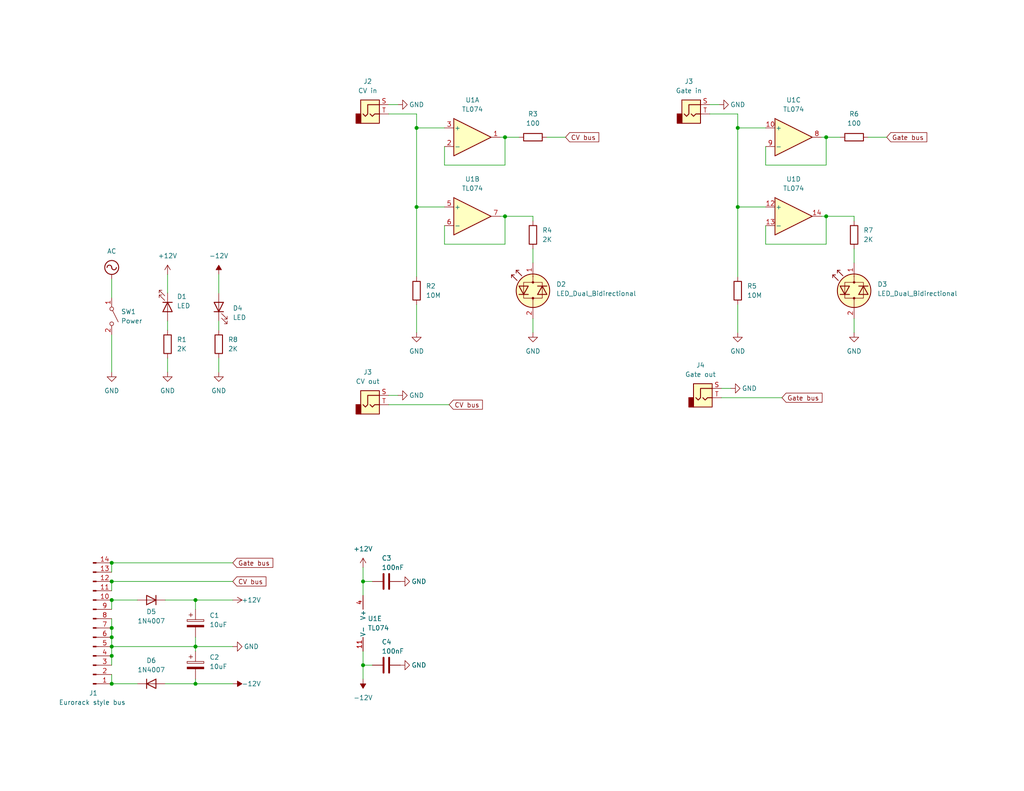
<source format=kicad_sch>
(kicad_sch (version 20211123) (generator eeschema)
  (paper "USLetter")
  (title_block (title "System bus access utility module") (date "2023-01-17") (rev "0.1") (comment 2 "https://doepfer.de/a100_man/a100t_e.htm") (comment 3 "Doepfer system bus access module"))
  (lib_symbols
    (symbol "Amplifier_Operational:TL074" (pin_names (offset 0.127))
      (property "Reference" "U" (at 0 5.08 0))
      (property "Value" "TL074" (at 0 -5.08 0))
      (symbol "TL074_1_1"
        (polyline (pts (xy -5.08 5.08) (xy 5.08 0) (xy -5.08 -5.08) (xy -5.08 5.08)) (stroke (width 0.254)) (fill (type background)))
        (pin output line (at 7.62 0 180) (length 2.54) (name "~") (number "1"))
        (pin input line (at -7.62 -2.54 0) (length 2.54) (name "-") (number "2"))
        (pin input line (at -7.62 2.54 0) (length 2.54) (name "+") (number "3"))
      )
      (symbol "TL074_2_1"
        (polyline (pts (xy -5.08 5.08) (xy 5.08 0) (xy -5.08 -5.08) (xy -5.08 5.08)) (stroke (width 0.254)) (fill (type background)))
        (pin input line (at -7.62 2.54 0) (length 2.54) (name "+") (number "5"))
        (pin input line (at -7.62 -2.54 0) (length 2.54) (name "-") (number "6"))
        (pin output line (at 7.62 0 180) (length 2.54) (name "~") (number "7"))
      )
      (symbol "TL074_3_1"
        (polyline (pts (xy -5.08 5.08) (xy 5.08 0) (xy -5.08 -5.08) (xy -5.08 5.08)) (stroke (width 0.254)) (fill (type background)))
        (pin input line (at -7.62 2.54 0) (length 2.54) (name "+") (number "10"))
        (pin output line (at 7.62 0 180) (length 2.54) (name "~") (number "8"))
        (pin input line (at -7.62 -2.54 0) (length 2.54) (name "-") (number "9"))
      )
      (symbol "TL074_4_1"
        (polyline (pts (xy -5.08 5.08) (xy 5.08 0) (xy -5.08 -5.08) (xy -5.08 5.08)) (stroke (width 0.254)) (fill (type background)))
        (pin input line (at -7.62 2.54 0) (length 2.54) (name "+") (number "12"))
        (pin input line (at -7.62 -2.54 0) (length 2.54) (name "-") (number "13"))
        (pin output line (at 7.62 0 180) (length 2.54) (name "~") (number "14"))
      )
      (symbol "TL074_5_1"
        (pin power_in line (at -2.54 -7.62 90) (length 3.81) (name "V-") (number "11"))
        (pin power_in line (at -2.54 7.62 270) (length 3.81) (name "V+") (number "4"))
      )
    )
    (symbol "Connector:AudioJack2"
      (property "Reference" "J" (at 0 8.89 0))
      (property "Value" "AudioJack2" (at 0 6.35 0))
      (symbol "AudioJack2_0_1"
        (rectangle (start -3.81 0) (end -2.54 -2.54) (stroke (width 0.254)) (fill (type outline)))
        (rectangle (start -2.54 3.81) (end 2.54 -2.54) (stroke (width 0.254)) (fill (type background)))
        (polyline (pts (xy 0 0) (xy 0.635 -0.635) (xy 1.27 0) (xy 2.54 0)) (stroke (width 0.254)))
        (polyline (pts (xy 2.54 2.54) (xy -0.635 2.54) (xy -0.635 0) (xy -1.27 -0.635) (xy -1.905 0)) (stroke (width 0.254)))
      )
      (symbol "AudioJack2_1_1"
        (pin passive line (at 5.08 2.54 180) (length 2.54) (name "~") (number "S"))
        (pin passive line (at 5.08 0 180) (length 2.54) (name "~") (number "T"))
      )
    )
    (symbol "Connector:Conn_01x14_Male" (pin_names (offset 1.016) hide)
      (property "Reference" "J" (at 0 17.78 0))
      (property "Value" "Conn_01x14_Male" (at 0 -20.32 0))
      (symbol "Conn_01x14_Male_1_1"
        (polyline (pts (xy 1.27 -17.78) (xy 0.8636 -17.78)) (stroke (width 0.1524)))
        (polyline (pts (xy 1.27 -15.24) (xy 0.8636 -15.24)) (stroke (width 0.1524)))
        (polyline (pts (xy 1.27 -12.7) (xy 0.8636 -12.7)) (stroke (width 0.1524)))
        (polyline (pts (xy 1.27 -10.16) (xy 0.8636 -10.16)) (stroke (width 0.1524)))
        (polyline (pts (xy 1.27 -7.62) (xy 0.8636 -7.62)) (stroke (width 0.1524)))
        (polyline (pts (xy 1.27 -5.08) (xy 0.8636 -5.08)) (stroke (width 0.1524)))
        (polyline (pts (xy 1.27 -2.54) (xy 0.8636 -2.54)) (stroke (width 0.1524)))
        (polyline (pts (xy 1.27 0) (xy 0.8636 0)) (stroke (width 0.1524)))
        (polyline (pts (xy 1.27 2.54) (xy 0.8636 2.54)) (stroke (width 0.1524)))
        (polyline (pts (xy 1.27 5.08) (xy 0.8636 5.08)) (stroke (width 0.1524)))
        (polyline (pts (xy 1.27 7.62) (xy 0.8636 7.62)) (stroke (width 0.1524)))
        (polyline (pts (xy 1.27 10.16) (xy 0.8636 10.16)) (stroke (width 0.1524)))
        (polyline (pts (xy 1.27 12.7) (xy 0.8636 12.7)) (stroke (width 0.1524)))
        (polyline (pts (xy 1.27 15.24) (xy 0.8636 15.24)) (stroke (width 0.1524)))
        (rectangle (start 0.8636 -17.653) (end 0 -17.907) (stroke (width 0.1524)) (fill (type outline)))
        (rectangle (start 0.8636 -15.113) (end 0 -15.367) (stroke (width 0.1524)) (fill (type outline)))
        (rectangle (start 0.8636 -12.573) (end 0 -12.827) (stroke (width 0.1524)) (fill (type outline)))
        (rectangle (start 0.8636 -10.033) (end 0 -10.287) (stroke (width 0.1524)) (fill (type outline)))
        (rectangle (start 0.8636 -7.493) (end 0 -7.747) (stroke (width 0.1524)) (fill (type outline)))
        (rectangle (start 0.8636 -4.953) (end 0 -5.207) (stroke (width 0.1524)) (fill (type outline)))
        (rectangle (start 0.8636 -2.413) (end 0 -2.667) (stroke (width 0.1524)) (fill (type outline)))
        (rectangle (start 0.8636 0.127) (end 0 -0.127) (stroke (width 0.1524)) (fill (type outline)))
        (rectangle (start 0.8636 2.667) (end 0 2.413) (stroke (width 0.1524)) (fill (type outline)))
        (rectangle (start 0.8636 5.207) (end 0 4.953) (stroke (width 0.1524)) (fill (type outline)))
        (rectangle (start 0.8636 7.747) (end 0 7.493) (stroke (width 0.1524)) (fill (type outline)))
        (rectangle (start 0.8636 10.287) (end 0 10.033) (stroke (width 0.1524)) (fill (type outline)))
        (rectangle (start 0.8636 12.827) (end 0 12.573) (stroke (width 0.1524)) (fill (type outline)))
        (rectangle (start 0.8636 15.367) (end 0 15.113) (stroke (width 0.1524)) (fill (type outline)))
        (pin passive line (at 5.08 15.24 180) (length 3.81) (name "Pin_1") (number "1"))
        (pin passive line (at 5.08 -7.62 180) (length 3.81) (name "Pin_10") (number "10"))
        (pin passive line (at 5.08 -10.16 180) (length 3.81) (name "Pin_11") (number "11"))
        (pin passive line (at 5.08 -12.7 180) (length 3.81) (name "Pin_12") (number "12"))
        (pin passive line (at 5.08 -15.24 180) (length 3.81) (name "Pin_13") (number "13"))
        (pin passive line (at 5.08 -17.78 180) (length 3.81) (name "Pin_14") (number "14"))
        (pin passive line (at 5.08 12.7 180) (length 3.81) (name "Pin_2") (number "2"))
        (pin passive line (at 5.08 10.16 180) (length 3.81) (name "Pin_3") (number "3"))
        (pin passive line (at 5.08 7.62 180) (length 3.81) (name "Pin_4") (number "4"))
        (pin passive line (at 5.08 5.08 180) (length 3.81) (name "Pin_5") (number "5"))
        (pin passive line (at 5.08 2.54 180) (length 3.81) (name "Pin_6") (number "6"))
        (pin passive line (at 5.08 0 180) (length 3.81) (name "Pin_7") (number "7"))
        (pin passive line (at 5.08 -2.54 180) (length 3.81) (name "Pin_8") (number "8"))
        (pin passive line (at 5.08 -5.08 180) (length 3.81) (name "Pin_9") (number "9"))
      )
    )
    (symbol "Device:C" (pin_numbers hide) (pin_names (offset 0.254))
      (property "Reference" "C" (at 0.635 2.54 0))
      (property "Value" "C" (at 0.635 -2.54 0))
      (symbol "C_0_1"
        (polyline (pts (xy -2.032 -0.762) (xy 2.032 -0.762)) (stroke (width 0.508)))
        (polyline (pts (xy -2.032 0.762) (xy 2.032 0.762)) (stroke (width 0.508)))
      )
      (symbol "C_1_1"
        (pin passive line (at 0 3.81 270) (length 2.794) (name "~") (number "1"))
        (pin passive line (at 0 -3.81 90) (length 2.794) (name "~") (number "2"))
      )
    )
    (symbol "Device:C_Polarized" (pin_numbers hide) (pin_names (offset 0.254))
      (property "Reference" "C" (at 0.635 2.54 0))
      (property "Value" "C_Polarized" (at 0.635 -2.54 0))
      (symbol "C_Polarized_0_1"
        (rectangle (start -2.286 0.508) (end 2.286 1.016))
        (polyline (pts (xy -1.778 2.286) (xy -0.762 2.286)))
        (polyline (pts (xy -1.27 2.794) (xy -1.27 1.778)))
        (rectangle (start 2.286 -0.508) (end -2.286 -1.016) (fill (type outline)))
      )
      (symbol "C_Polarized_1_1"
        (pin passive line (at 0 3.81 270) (length 2.794) (name "~") (number "1"))
        (pin passive line (at 0 -3.81 90) (length 2.794) (name "~") (number "2"))
      )
    )
    (symbol "Device:LED" (pin_numbers hide) (pin_names (offset 1.016) hide)
      (property "Reference" "D" (at 0 2.54 0))
      (property "Value" "LED" (at 0 -2.54 0))
      (symbol "LED_0_1"
        (polyline (pts (xy -1.27 -1.27) (xy -1.27 1.27)) (stroke (width 0.254)))
        (polyline (pts (xy -1.27 0) (xy 1.27 0)))
        (polyline (pts (xy 1.27 -1.27) (xy 1.27 1.27) (xy -1.27 0) (xy 1.27 -1.27)) (stroke (width 0.254)))
        (polyline (pts (xy -3.048 -0.762) (xy -4.572 -2.286) (xy -3.81 -2.286) (xy -4.572 -2.286) (xy -4.572 -1.524)))
        (polyline (pts (xy -1.778 -0.762) (xy -3.302 -2.286) (xy -2.54 -2.286) (xy -3.302 -2.286) (xy -3.302 -1.524)))
      )
      (symbol "LED_1_1"
        (pin passive line (at -3.81 0 0) (length 2.54) (name "K") (number "1"))
        (pin passive line (at 3.81 0 180) (length 2.54) (name "A") (number "2"))
      )
    )
    (symbol "Device:LED_Dual_Bidirectional" (pin_names (offset 0) hide)
      (property "Reference" "D" (at 0 5.715 0))
      (property "Value" "LED_Dual_Bidirectional" (at 0 -6.35 0))
      (symbol "LED_Dual_Bidirectional_0_1"
        (circle (center -2.032 0) (radius 0.254) (fill (type outline)))
        (polyline (pts (xy -4.572 0) (xy -2.54 0)))
        (polyline (pts (xy -2.032 0) (xy -2.54 0)))
        (polyline (pts (xy -1.016 3.81) (xy -1.016 1.27)) (stroke (width 0.254)))
        (polyline (pts (xy 1.27 -1.27) (xy 1.27 -3.81)) (stroke (width 0.254)))
        (polyline (pts (xy 4.064 0) (xy 2.286 0)) (fill (type outline)))
        (polyline (pts (xy 4.318 5.842) (xy 4.318 5.08)) (stroke (width 0.2032)))
        (polyline (pts (xy 5.588 4.572) (xy 5.588 3.81)) (stroke (width 0.2032)))
        (polyline (pts (xy 2.794 4.318) (xy 4.318 5.842) (xy 3.556 5.842)) (stroke (width 0.2032)))
        (polyline (pts (xy 4.064 3.048) (xy 5.588 4.572) (xy 4.826 4.572)) (stroke (width 0.2032)))
        (polyline (pts (xy -1.016 -1.27) (xy -1.016 -3.81) (xy 1.27 -2.54) (xy -1.016 -1.27)) (stroke (width 0.254)))
        (polyline (pts (xy 1.27 3.81) (xy 1.27 1.27) (xy -1.016 2.54) (xy 1.27 3.81)) (stroke (width 0.254)))
        (polyline (pts (xy 2.286 2.54) (xy -2.032 2.54) (xy -2.032 -2.54) (xy 2.286 -2.54) (xy 2.286 2.54)))
        (circle (center 0 0) (radius 4.572) (stroke (width 0.254)) (fill (type background)))
        (circle (center 2.286 0) (radius 0.254) (fill (type outline)))
      )
      (symbol "LED_Dual_Bidirectional_1_1"
        (pin input line (at 7.62 0 180) (length 3.81) (name "KA") (number "1"))
        (pin input line (at -7.62 0 0) (length 3.048) (name "AK") (number "2"))
      )
    )
    (symbol "Device:R" (pin_numbers hide) (pin_names (offset 0))
      (property "Reference" "R" (at 2.032 0 90))
      (property "Value" "R" (at 0 0 90))
      (symbol "R_0_1"
        (rectangle (start -1.016 -2.54) (end 1.016 2.54) (stroke (width 0.254)))
      )
      (symbol "R_1_1"
        (pin passive line (at 0 3.81 270) (length 1.27) (name "~") (number "1"))
        (pin passive line (at 0 -3.81 90) (length 1.27) (name "~") (number "2"))
      )
    )
    (symbol "Diode:1N4007" (pin_numbers hide) (pin_names (offset 1.016) hide)
      (property "Reference" "D" (at 0 2.54 0))
      (property "Value" "1N4007" (at 0 -2.54 0))
      (symbol "1N4007_0_1"
        (polyline (pts (xy -1.27 1.27) (xy -1.27 -1.27)) (stroke (width 0.254)))
        (polyline (pts (xy 1.27 0) (xy -1.27 0)))
        (polyline (pts (xy 1.27 1.27) (xy 1.27 -1.27) (xy -1.27 0) (xy 1.27 1.27)) (stroke (width 0.254)))
      )
      (symbol "1N4007_1_1"
        (pin passive line (at -3.81 0 0) (length 2.54) (name "K") (number "1"))
        (pin passive line (at 3.81 0 180) (length 2.54) (name "A") (number "2"))
      )
    )
    (symbol "Switch:SW_SPST" (pin_names (offset 0) hide)
      (property "Reference" "SW" (at 0 3.175 0))
      (property "Value" "SW_SPST" (at 0 -2.54 0))
      (symbol "SW_SPST_0_0"
        (circle (center -2.032 0) (radius 0.508))
        (polyline (pts (xy -1.524 0.254) (xy 1.524 1.778)))
        (circle (center 2.032 0) (radius 0.508))
      )
      (symbol "SW_SPST_1_1"
        (pin passive line (at -5.08 0 0) (length 2.54) (name "A") (number "1"))
        (pin passive line (at 5.08 0 180) (length 2.54) (name "B") (number "2"))
      )
    )
    (symbol "power:+12V" (power) (pin_names (offset 0))
      (property "Value" "+12V" (at 0 3.556 0))
      (symbol "+12V_0_1"
        (polyline (pts (xy -0.762 1.27) (xy 0 2.54)))
        (polyline (pts (xy 0 0) (xy 0 2.54)))
        (polyline (pts (xy 0 2.54) (xy 0.762 1.27)))
      )
      (symbol "+12V_1_1"
        (pin power_in line (at 0 0 90) (length 0) hide (name "+12V") (number "1"))
      )
    )
    (symbol "power:-12V" (power) (pin_names (offset 0))
      (property "Value" "-12V" (at 0 3.81 0))
      (symbol "-12V_0_0"
        (pin power_in line (at 0 0 90) (length 0) hide (name "-12V") (number "1"))
      )
      (symbol "-12V_0_1"
        (polyline (pts (xy 0 0) (xy 0 1.27) (xy 0.762 1.27) (xy 0 2.54) (xy -0.762 1.27) (xy 0 1.27)) (fill (type outline)))
      )
    )
    (symbol "power:AC" (power) (pin_names (offset 0))
      (property "Value" "AC" (at 0 6.35 0))
      (symbol "AC_0_1"
        (polyline (pts (xy 0 0) (xy 0 1.27)))
        (arc (start 0 3.175) (mid -0.635 3.81) (end -1.27 3.175) (stroke (width 0.254)))
        (arc (start 0 3.175) (mid 0.635 2.54) (end 1.27 3.175) (stroke (width 0.254)))
        (circle (center 0 3.175) (radius 1.905) (stroke (width 0.254)))
      )
      (symbol "AC_1_1"
        (pin power_in line (at 0 0 90) (length 0) hide (name "AC") (number "1"))
      )
    )
    (symbol "power:GND" (power) (pin_names (offset 0))
      (property "Value" "GND" (at 0 -3.81 0))
      (symbol "GND_0_1"
        (polyline (pts (xy 0 0) (xy 0 -1.27) (xy 1.27 -1.27) (xy 0 -2.54) (xy -1.27 -1.27) (xy 0 -1.27)))
      )
      (symbol "GND_1_1"
        (pin power_in line (at 0 0 270) (length 0) hide (name "GND") (number "1"))
      )
    )
  )
  (junction (at 30.48 179.07))
  (junction (at 201.295 34.925))
  (junction (at 225.425 37.465))
  (junction (at 30.48 171.45))
  (junction (at 30.48 173.99))
  (junction (at 99.06 181.61))
  (junction (at 53.34 163.83))
  (junction (at 30.48 176.53))
  (junction (at 30.48 163.83))
  (junction (at 53.34 176.53))
  (junction (at 113.665 34.925))
  (junction (at 30.48 186.69))
  (junction (at 137.795 37.465))
  (junction (at 30.48 158.75))
  (junction (at 53.34 186.69))
  (junction (at 99.06 158.75))
  (junction (at 113.665 56.515))
  (junction (at 137.795 59.055))
  (junction (at 225.425 59.055))
  (junction (at 201.295 56.515))
  (junction (at 30.48 153.67))
  (wire (pts (xy 106.045 28.575) (xy 108.585 28.575)))
  (wire (pts (xy 53.34 173.99) (xy 53.34 176.53)))
  (wire (pts (xy 224.155 37.465) (xy 225.425 37.465)))
  (wire (pts (xy 30.48 168.91) (xy 30.48 171.45)))
  (wire (pts (xy 99.06 154.94) (xy 99.06 158.75)))
  (wire (pts (xy 137.795 66.675) (xy 121.285 66.675)))
  (wire (pts (xy 30.48 153.67) (xy 63.5 153.67)))
  (wire (pts (xy 236.855 37.465) (xy 241.935 37.465)))
  (wire (pts (xy 225.425 59.055) (xy 225.425 66.675)))
  (wire (pts (xy 208.915 66.675) (xy 208.915 61.595)))
  (wire (pts (xy 113.665 56.515) (xy 113.665 34.925)))
  (wire (pts (xy 201.295 56.515) (xy 201.295 34.925)))
  (wire (pts (xy 233.045 67.945) (xy 233.045 71.755)))
  (wire (pts (xy 201.295 34.925) (xy 208.915 34.925)))
  (wire (pts (xy 30.48 176.53) (xy 30.48 179.07)))
  (wire (pts (xy 30.48 163.83) (xy 37.465 163.83)))
  (wire (pts (xy 233.045 59.055) (xy 233.045 60.325)))
  (wire (pts (xy 30.48 163.83) (xy 30.48 166.37)))
  (wire (pts (xy 53.34 163.83) (xy 63.5 163.83)))
  (wire (pts (xy 225.425 66.675) (xy 208.915 66.675)))
  (wire (pts (xy 99.06 158.75) (xy 99.06 162.56)))
  (wire (pts (xy 99.06 181.61) (xy 99.06 185.42)))
  (wire (pts (xy 106.045 110.49) (xy 122.555 110.49)))
  (wire (pts (xy 233.045 86.995) (xy 233.045 90.805)))
  (wire (pts (xy 136.525 59.055) (xy 137.795 59.055)))
  (wire (pts (xy 201.295 34.925) (xy 201.295 31.115)))
  (wire (pts (xy 30.48 91.44) (xy 30.48 101.6)))
  (wire (pts (xy 137.795 59.055) (xy 145.415 59.055)))
  (wire (pts (xy 224.155 59.055) (xy 225.425 59.055)))
  (wire (pts (xy 201.295 75.565) (xy 201.295 56.515)))
  (wire (pts (xy 59.69 101.6) (xy 59.69 97.79)))
  (wire (pts (xy 113.665 34.925) (xy 121.285 34.925)))
  (wire (pts (xy 196.85 108.585) (xy 213.36 108.585)))
  (wire (pts (xy 225.425 37.465) (xy 225.425 45.085)))
  (wire (pts (xy 113.665 75.565) (xy 113.665 56.515)))
  (wire (pts (xy 45.72 101.6) (xy 45.72 97.79)))
  (wire (pts (xy 59.69 74.93) (xy 59.69 80.01)))
  (wire (pts (xy 53.34 176.53) (xy 53.34 177.8)))
  (wire (pts (xy 137.795 37.465) (xy 141.605 37.465)))
  (wire (pts (xy 53.34 186.69) (xy 63.5 186.69)))
  (wire (pts (xy 53.34 176.53) (xy 63.5 176.53)))
  (wire (pts (xy 136.525 37.465) (xy 137.795 37.465)))
  (wire (pts (xy 30.48 171.45) (xy 30.48 173.99)))
  (wire (pts (xy 99.06 177.8) (xy 99.06 181.61)))
  (wire (pts (xy 30.48 158.75) (xy 63.5 158.75)))
  (wire (pts (xy 137.795 45.085) (xy 121.285 45.085)))
  (wire (pts (xy 45.72 74.93) (xy 45.72 80.01)))
  (wire (pts (xy 149.225 37.465) (xy 154.305 37.465)))
  (wire (pts (xy 30.48 179.07) (xy 30.48 181.61)))
  (wire (pts (xy 137.795 59.055) (xy 137.795 66.675)))
  (wire (pts (xy 99.06 181.61) (xy 101.6 181.61)))
  (wire (pts (xy 121.285 45.085) (xy 121.285 40.005)))
  (wire (pts (xy 30.48 186.69) (xy 37.465 186.69)))
  (wire (pts (xy 193.675 31.115) (xy 201.295 31.115)))
  (wire (pts (xy 45.085 186.69) (xy 53.34 186.69)))
  (wire (pts (xy 30.48 173.99) (xy 30.48 176.53)))
  (wire (pts (xy 201.295 56.515) (xy 208.915 56.515)))
  (wire (pts (xy 113.665 56.515) (xy 121.285 56.515)))
  (wire (pts (xy 106.045 31.115) (xy 113.665 31.115)))
  (wire (pts (xy 225.425 59.055) (xy 233.045 59.055)))
  (wire (pts (xy 106.045 107.95) (xy 108.585 107.95)))
  (wire (pts (xy 30.48 76.2) (xy 30.48 81.28)))
  (wire (pts (xy 225.425 37.465) (xy 229.235 37.465)))
  (wire (pts (xy 137.795 37.465) (xy 137.795 45.085)))
  (wire (pts (xy 30.48 158.75) (xy 30.48 161.29)))
  (wire (pts (xy 30.48 176.53) (xy 53.34 176.53)))
  (wire (pts (xy 45.72 90.17) (xy 45.72 87.63)))
  (wire (pts (xy 53.34 185.42) (xy 53.34 186.69)))
  (wire (pts (xy 193.675 28.575) (xy 196.215 28.575)))
  (wire (pts (xy 113.665 83.185) (xy 113.665 90.805)))
  (wire (pts (xy 225.425 45.085) (xy 208.915 45.085)))
  (wire (pts (xy 121.285 66.675) (xy 121.285 61.595)))
  (wire (pts (xy 201.295 83.185) (xy 201.295 90.805)))
  (wire (pts (xy 30.48 153.67) (xy 30.48 156.21)))
  (wire (pts (xy 30.48 184.15) (xy 30.48 186.69)))
  (wire (pts (xy 113.665 34.925) (xy 113.665 31.115)))
  (wire (pts (xy 145.415 67.945) (xy 145.415 71.755)))
  (wire (pts (xy 53.34 163.83) (xy 53.34 166.37)))
  (wire (pts (xy 45.085 163.83) (xy 53.34 163.83)))
  (wire (pts (xy 145.415 86.995) (xy 145.415 90.805)))
  (wire (pts (xy 196.85 106.045) (xy 199.39 106.045)))
  (wire (pts (xy 99.06 158.75) (xy 101.6 158.75)))
  (wire (pts (xy 145.415 59.055) (xy 145.415 60.325)))
  (wire (pts (xy 59.69 90.17) (xy 59.69 87.63)))
  (wire (pts (xy 208.915 45.085) (xy 208.915 40.005)))
  (global_label "CV bus" (shape input) (at 154.305 37.465 0) (property "Intersheet References" "${INTERSHEET_REFS}" (effects hide)))
  (global_label "CV bus" (shape input) (at 122.555 110.49 0) (property "Intersheet References" "${INTERSHEET_REFS}" (effects hide)))
  (global_label "Gate bus" (shape input) (at 63.5 153.67 0) (property "Intersheet References" "${INTERSHEET_REFS}" (effects hide)))
  (global_label "CV bus" (shape input) (at 63.5 158.75 0) (property "Intersheet References" "${INTERSHEET_REFS}" (effects hide)))
  (global_label "Gate bus" (shape input) (at 241.935 37.465 0) (property "Intersheet References" "${INTERSHEET_REFS}" (effects hide)))
  (global_label "Gate bus" (shape input) (at 213.36 108.585 0) (property "Intersheet References" "${INTERSHEET_REFS}" (effects hide)))
  (symbol (lib_id "Device:LED") (at 59.69 83.82 90) (unit 1)
    (property "Reference" "D4" (at 63.5 84.1374 90) (effects (justify right)))
    (property "Value" "LED" (at 63.5 86.6774 90) (effects (justify right)))
  )
  (symbol (lib_id "Amplifier_Operational:TL074") (at 216.535 59.055 0) (unit 4)
    (property "Reference" "U1" (at 216.535 48.895 0))
    (property "Value" "TL074" (at 216.535 51.435 0))
    (property "Datasheet" "http://www.ti.com/lit/ds/symlink/tl071.pdf" (effects hide))
  )
  (symbol (lib_id "power:+12V") (at 99.06 154.94 0) (unit 1)
    (property "Reference" "#PWR0107" (effects hide))
    (property "Value" "+12V" (at 99.06 149.86 0))
  )
  (symbol (lib_id "power:GND") (at 201.295 90.805 0) (unit 1)
    (property "Reference" "#PWR0114" (effects hide))
    (property "Value" "GND" (at 201.295 95.885 0))
  )
  (symbol (lib_id "Diode:1N4007") (at 41.275 163.83 180) (unit 1)
    (property "Reference" "D5" (at 41.275 167.005 0))
    (property "Value" "1N4007" (at 41.275 169.545 0))
    (property "Footprint" "Diode_THT:D_DO-41_SOD81_P10.16mm_Horizontal" (effects hide))
    (property "Datasheet" "http://www.vishay.com/docs/88503/1n4001.pdf" (effects hide))
  )
  (symbol (lib_id "Device:R") (at 113.665 79.375 0) (unit 1)
    (property "Reference" "R2" (at 116.205 78.1049 0) (effects (justify left)))
    (property "Value" "10M" (at 116.205 80.6449 0) (effects (justify left)))
  )
  (symbol (lib_id "Amplifier_Operational:TL074") (at 101.6 170.18 0) (unit 5)
    (property "Reference" "U1" (at 100.33 168.9099 0) (effects (justify left)))
    (property "Value" "TL074" (at 100.33 171.4499 0) (effects (justify left)))
    (property "Datasheet" "http://www.ti.com/lit/ds/symlink/tl071.pdf" (effects hide))
  )
  (symbol (lib_id "Amplifier_Operational:TL074") (at 128.905 37.465 0) (unit 1)
    (property "Reference" "U1" (at 128.905 27.305 0))
    (property "Value" "TL074" (at 128.905 29.845 0))
    (property "Datasheet" "http://www.ti.com/lit/ds/symlink/tl071.pdf" (effects hide))
  )
  (symbol (lib_id "power:GND") (at 63.5 176.53 90) (unit 1)
    (property "Reference" "#PWR0102" (effects hide))
    (property "Value" "GND" (at 68.58 176.53 90))
  )
  (symbol (lib_id "Device:LED_Dual_Bidirectional") (at 233.045 79.375 90) (unit 1)
    (property "Reference" "D3" (at 239.395 77.6096 90) (effects (justify right)))
    (property "Value" "LED_Dual_Bidirectional" (at 239.395 80.1496 90) (effects (justify right)))
  )
  (symbol (lib_id "power:-12V") (at 99.06 185.42 180) (unit 1)
    (property "Reference" "#PWR0104" (effects hide))
    (property "Value" "-12V" (at 99.06 190.5 0))
  )
  (symbol (lib_id "power:GND") (at 109.22 181.61 90) (unit 1)
    (property "Reference" "#PWR0103" (effects hide))
    (property "Value" "GND" (at 114.3 181.61 90))
  )
  (symbol (lib_id "Device:R") (at 145.415 64.135 0) (unit 1)
    (property "Reference" "R4" (at 147.955 62.8649 0) (effects (justify left)))
    (property "Value" "2K" (at 147.955 65.4049 0) (effects (justify left)))
  )
  (symbol (lib_id "Device:R") (at 233.045 64.135 0) (unit 1)
    (property "Reference" "R7" (at 235.585 62.8649 0) (effects (justify left)))
    (property "Value" "2K" (at 235.585 65.4049 0) (effects (justify left)))
  )
  (symbol (lib_id "power:GND") (at 108.585 107.95 90) (unit 1)
    (property "Reference" "#PWR?" (effects hide))
    (property "Value" "GND" (at 113.665 107.95 90))
  )
  (symbol (lib_id "Connector:Conn_01x14_Male") (at 25.4 171.45 0) (mirror x) (unit 1)
    (property "Reference" "J1" (at 26.67 189.23 0) (effects (justify right)))
    (property "Value" "Eurorack style bus" (at 34.29 191.77 0) (effects (justify right)))
  )
  (symbol (lib_id "power:GND") (at 109.22 158.75 90) (unit 1)
    (property "Reference" "#PWR0105" (effects hide))
    (property "Value" "GND" (at 114.3 158.75 90))
  )
  (symbol (lib_id "Device:R") (at 201.295 79.375 0) (unit 1)
    (property "Reference" "R5" (at 203.835 78.1049 0) (effects (justify left)))
    (property "Value" "10M" (at 203.835 80.6449 0) (effects (justify left)))
  )
  (symbol (lib_id "power:GND") (at 233.045 90.805 0) (unit 1)
    (property "Reference" "#PWR0111" (effects hide))
    (property "Value" "GND" (at 233.045 95.885 0))
  )
  (symbol (lib_id "power:GND") (at 196.215 28.575 90) (unit 1)
    (property "Reference" "#PWR0113" (effects hide))
    (property "Value" "GND" (at 201.295 28.575 90))
  )
  (symbol (lib_id "Switch:SW_SPST") (at 30.48 86.36 270) (unit 1)
    (property "Reference" "SW1" (at 33.02 85.0899 90) (effects (justify left)))
    (property "Value" "Power" (at 33.02 87.6299 90) (effects (justify left)))
  )
  (symbol (lib_id "Connector:AudioJack2") (at 100.965 31.115 0) (unit 1)
    (property "Reference" "J2" (at 100.33 22.225 0))
    (property "Value" "CV in" (at 100.33 24.765 0))
  )
  (symbol (lib_id "Device:LED") (at 45.72 83.82 270) (unit 1)
    (property "Reference" "D1" (at 48.26 80.9624 90) (effects (justify left)))
    (property "Value" "LED" (at 48.26 83.5024 90) (effects (justify left)))
  )
  (symbol (lib_id "Amplifier_Operational:TL074") (at 128.905 59.055 0) (unit 2)
    (property "Reference" "U1" (at 128.905 48.895 0))
    (property "Value" "TL074" (at 128.905 51.435 0))
    (property "Datasheet" "http://www.ti.com/lit/ds/symlink/tl071.pdf" (effects hide))
  )
  (symbol (lib_id "power:+12V") (at 45.72 74.93 0) (unit 1)
    (property "Reference" "#PWR0116" (effects hide))
    (property "Value" "+12V" (at 45.72 69.85 0))
  )
  (symbol (lib_id "power:GND") (at 108.585 28.575 90) (unit 1)
    (property "Reference" "#PWR0115" (effects hide))
    (property "Value" "GND" (at 113.665 28.575 90))
  )
  (symbol (lib_id "power:+12V") (at 63.5 163.83 270) (unit 1)
    (property "Reference" "#PWR0106" (effects hide))
    (property "Value" "+12V" (at 68.58 163.83 90))
  )
  (symbol (lib_id "Connector:AudioJack2") (at 191.77 108.585 0) (unit 1)
    (property "Reference" "J4" (at 191.135 99.695 0))
    (property "Value" "Gate out" (at 191.135 102.235 0))
  )
  (symbol (lib_id "power:AC") (at 30.48 76.2 0) (unit 1)
    (property "Reference" "#PWR0119" (effects hide))
    (property "Value" "AC" (at 30.48 68.58 0))
  )
  (symbol (lib_id "power:GND") (at 45.72 101.6 0) (unit 1)
    (property "Reference" "#PWR0109" (effects hide))
    (property "Value" "GND" (at 45.72 106.68 0))
  )
  (symbol (lib_id "Amplifier_Operational:TL074") (at 216.535 37.465 0) (unit 3)
    (property "Reference" "U1" (at 216.535 27.305 0))
    (property "Value" "TL074" (at 216.535 29.845 0))
    (property "Datasheet" "http://www.ti.com/lit/ds/symlink/tl071.pdf" (effects hide))
  )
  (symbol (lib_id "power:-12V") (at 63.5 186.69 270) (unit 1)
    (property "Reference" "#PWR0101" (effects hide))
    (property "Value" "-12V" (at 68.58 186.69 90))
  )
  (symbol (lib_id "Diode:1N4007") (at 41.275 186.69 0) (unit 1)
    (property "Reference" "D6" (at 41.275 180.34 0))
    (property "Value" "1N4007" (at 41.275 182.88 0))
    (property "Footprint" "Diode_THT:D_DO-41_SOD81_P10.16mm_Horizontal" (effects hide))
    (property "Datasheet" "http://www.vishay.com/docs/88503/1n4001.pdf" (effects hide))
  )
  (symbol (lib_id "Connector:AudioJack2") (at 100.965 110.49 0) (unit 1)
    (property "Reference" "J3" (at 100.33 101.6 0))
    (property "Value" "CV out" (at 100.33 104.14 0))
  )
  (symbol (lib_id "Device:R") (at 45.72 93.98 0) (unit 1)
    (property "Reference" "R1" (at 48.26 92.7099 0) (effects (justify left)))
    (property "Value" "2K" (at 48.26 95.2499 0) (effects (justify left)))
  )
  (symbol (lib_id "Connector:AudioJack2") (at 188.595 31.115 0) (unit 1)
    (property "Reference" "J3" (at 187.96 22.225 0))
    (property "Value" "Gate in" (at 187.96 24.765 0))
  )
  (symbol (lib_id "power:GND") (at 199.39 106.045 90) (unit 1)
    (property "Reference" "#PWR?" (effects hide))
    (property "Value" "GND" (at 204.47 106.045 90))
  )
  (symbol (lib_id "Device:R") (at 145.415 37.465 90) (unit 1)
    (property "Reference" "R3" (at 145.415 31.115 90))
    (property "Value" "100" (at 145.415 33.655 90))
  )
  (symbol (lib_id "Device:R") (at 233.045 37.465 90) (unit 1)
    (property "Reference" "R6" (at 233.045 31.115 90))
    (property "Value" "100" (at 233.045 33.655 90))
  )
  (symbol (lib_id "power:GND") (at 30.48 101.6 0) (unit 1)
    (property "Reference" "#PWR0108" (effects hide))
    (property "Value" "GND" (at 30.48 106.68 0))
  )
  (symbol (lib_id "Device:C_Polarized") (at 53.34 170.18 0) (unit 1)
    (property "Reference" "C1" (at 57.15 168.0209 0) (effects (justify left)))
    (property "Value" "10uF" (at 57.15 170.5609 0) (effects (justify left)))
  )
  (symbol (lib_id "power:GND") (at 59.69 101.6 0) (unit 1)
    (property "Reference" "#PWR0110" (effects hide))
    (property "Value" "GND" (at 59.69 106.68 0))
  )
  (symbol (lib_id "power:GND") (at 113.665 90.805 0) (unit 1)
    (property "Reference" "#PWR0118" (effects hide))
    (property "Value" "GND" (at 113.665 95.885 0))
  )
  (symbol (lib_id "power:GND") (at 145.415 90.805 0) (unit 1)
    (property "Reference" "#PWR0112" (effects hide))
    (property "Value" "GND" (at 145.415 95.885 0))
  )
  (symbol (lib_id "power:-12V") (at 59.69 74.93 0) (unit 1)
    (property "Reference" "#PWR0117" (effects hide))
    (property "Value" "-12V" (at 59.69 69.85 0))
  )
  (symbol (lib_id "Device:R") (at 59.69 93.98 0) (unit 1)
    (property "Reference" "R8" (at 62.23 92.7099 0) (effects (justify left)))
    (property "Value" "2K" (at 62.23 95.2499 0) (effects (justify left)))
  )
  (symbol (lib_id "Device:C_Polarized") (at 53.34 181.61 0) (unit 1)
    (property "Reference" "C2" (at 57.15 179.4509 0) (effects (justify left)))
    (property "Value" "10uF" (at 57.15 181.9909 0) (effects (justify left)))
  )
  (symbol (lib_id "Device:LED_Dual_Bidirectional") (at 145.415 79.375 90) (unit 1)
    (property "Reference" "D2" (at 151.765 77.6096 90) (effects (justify right)))
    (property "Value" "LED_Dual_Bidirectional" (at 151.765 80.1496 90) (effects (justify right)))
  )
  (symbol (lib_id "Device:C") (at 105.41 181.61 270) (unit 1)
    (property "Reference" "C4" (at 104.14 175.26 90) (effects (justify left)))
    (property "Value" "100nF" (at 104.14 177.8 90) (effects (justify left)))
  )
  (symbol (lib_id "Device:C") (at 105.41 158.75 270) (unit 1)
    (property "Reference" "C3" (at 104.14 152.4 90) (effects (justify left)))
    (property "Value" "100nF" (at 104.14 154.94 90) (effects (justify left)))
  )
)
</source>
